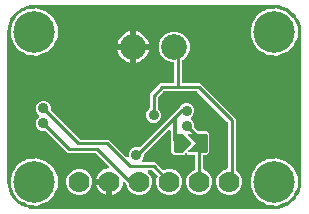
<source format=gbr>
G04 EAGLE Gerber RS-274X export*
G75*
%MOMM*%
%FSLAX34Y34*%
%LPD*%
%INBottom Copper*%
%IPPOS*%
%AMOC8*
5,1,8,0,0,1.08239X$1,22.5*%
G01*
%ADD10C,1.778000*%
%ADD11C,3.516000*%
%ADD12C,0.381000*%
%ADD13C,2.184400*%
%ADD14C,0.889000*%
%ADD15C,0.254000*%
%ADD16C,0.304800*%

G36*
X228622Y2543D02*
X228622Y2543D01*
X228700Y2545D01*
X232077Y2810D01*
X232145Y2824D01*
X232214Y2829D01*
X232370Y2869D01*
X238794Y4956D01*
X238901Y5006D01*
X239012Y5050D01*
X239063Y5083D01*
X239082Y5091D01*
X239097Y5104D01*
X239148Y5136D01*
X244612Y9107D01*
X244699Y9188D01*
X244746Y9227D01*
X244752Y9231D01*
X244753Y9233D01*
X244791Y9264D01*
X244829Y9310D01*
X244844Y9324D01*
X244855Y9341D01*
X244893Y9387D01*
X246586Y11717D01*
X246599Y11741D01*
X246616Y11761D01*
X246675Y11879D01*
X246739Y11996D01*
X246746Y12022D01*
X246758Y12046D01*
X246785Y12174D01*
X246799Y12185D01*
X246823Y12196D01*
X246925Y12281D01*
X247031Y12361D01*
X247048Y12382D01*
X247068Y12398D01*
X247171Y12522D01*
X248864Y14852D01*
X248921Y14956D01*
X248985Y15056D01*
X249007Y15113D01*
X249017Y15131D01*
X249022Y15151D01*
X249044Y15206D01*
X251131Y21630D01*
X251144Y21698D01*
X251167Y21764D01*
X251190Y21923D01*
X251455Y25300D01*
X251455Y25304D01*
X251456Y25307D01*
X251455Y25326D01*
X251459Y25400D01*
X251459Y152400D01*
X251457Y152422D01*
X251455Y152500D01*
X251190Y155877D01*
X251176Y155945D01*
X251171Y156014D01*
X251131Y156170D01*
X249044Y162594D01*
X248993Y162701D01*
X248950Y162812D01*
X248917Y162863D01*
X248909Y162882D01*
X248896Y162897D01*
X248864Y162948D01*
X247171Y165278D01*
X247153Y165297D01*
X247139Y165320D01*
X247044Y165413D01*
X246953Y165509D01*
X246931Y165524D01*
X246912Y165542D01*
X246798Y165608D01*
X246792Y165624D01*
X246789Y165651D01*
X246740Y165775D01*
X246697Y165900D01*
X246682Y165922D01*
X246672Y165947D01*
X246586Y166083D01*
X244893Y168413D01*
X244812Y168499D01*
X244736Y168591D01*
X244690Y168629D01*
X244676Y168644D01*
X244658Y168655D01*
X244612Y168693D01*
X239148Y172664D01*
X239044Y172721D01*
X238944Y172785D01*
X238887Y172807D01*
X238869Y172817D01*
X238849Y172822D01*
X238794Y172844D01*
X232370Y174931D01*
X232302Y174944D01*
X232236Y174967D01*
X232077Y174990D01*
X228700Y175255D01*
X228678Y175254D01*
X228600Y175259D01*
X25400Y175259D01*
X25378Y175257D01*
X25300Y175255D01*
X21923Y174990D01*
X21855Y174976D01*
X21786Y174971D01*
X21630Y174931D01*
X18892Y174041D01*
X18867Y174030D01*
X18841Y174024D01*
X18724Y173963D01*
X18604Y173906D01*
X18583Y173889D01*
X18560Y173877D01*
X18462Y173789D01*
X18445Y173788D01*
X18418Y173793D01*
X18286Y173785D01*
X18153Y173783D01*
X18128Y173775D01*
X18101Y173774D01*
X17945Y173734D01*
X15206Y172844D01*
X15099Y172794D01*
X14988Y172750D01*
X14937Y172717D01*
X14918Y172709D01*
X14903Y172696D01*
X14852Y172664D01*
X9388Y168693D01*
X9301Y168612D01*
X9209Y168536D01*
X9171Y168490D01*
X9156Y168476D01*
X9145Y168458D01*
X9107Y168412D01*
X5136Y162948D01*
X5079Y162844D01*
X5015Y162744D01*
X4993Y162687D01*
X4983Y162669D01*
X4978Y162649D01*
X4956Y162594D01*
X2869Y156170D01*
X2856Y156102D01*
X2833Y156036D01*
X2810Y155877D01*
X2545Y152500D01*
X2546Y152478D01*
X2541Y152400D01*
X2541Y25400D01*
X2543Y25378D01*
X2545Y25300D01*
X2810Y21923D01*
X2824Y21855D01*
X2829Y21786D01*
X2869Y21630D01*
X4956Y15206D01*
X5006Y15099D01*
X5050Y14988D01*
X5083Y14937D01*
X5091Y14918D01*
X5104Y14903D01*
X5136Y14852D01*
X9107Y9388D01*
X9127Y9366D01*
X9138Y9348D01*
X9184Y9305D01*
X9188Y9301D01*
X9264Y9209D01*
X9310Y9171D01*
X9324Y9156D01*
X9342Y9145D01*
X9388Y9107D01*
X14852Y5136D01*
X14956Y5079D01*
X15056Y5015D01*
X15113Y4993D01*
X15131Y4983D01*
X15151Y4978D01*
X15206Y4956D01*
X17945Y4066D01*
X17971Y4061D01*
X17996Y4051D01*
X18127Y4031D01*
X18257Y4006D01*
X18284Y4008D01*
X18310Y4004D01*
X18441Y4018D01*
X18455Y4008D01*
X18474Y3989D01*
X18585Y3917D01*
X18694Y3842D01*
X18719Y3832D01*
X18742Y3818D01*
X18892Y3759D01*
X21630Y2869D01*
X21698Y2856D01*
X21764Y2833D01*
X21923Y2810D01*
X25300Y2545D01*
X25322Y2546D01*
X25400Y2541D01*
X228600Y2541D01*
X228622Y2543D01*
G37*
%LPC*%
G36*
X91399Y24170D02*
X91399Y24170D01*
X91384Y24288D01*
X91377Y24407D01*
X91364Y24445D01*
X91359Y24485D01*
X91316Y24596D01*
X91279Y24709D01*
X91257Y24743D01*
X91242Y24781D01*
X91173Y24877D01*
X91109Y24978D01*
X91079Y25006D01*
X91056Y25038D01*
X90964Y25114D01*
X90877Y25196D01*
X90842Y25215D01*
X90811Y25241D01*
X90703Y25292D01*
X90599Y25349D01*
X90559Y25359D01*
X90523Y25377D01*
X90406Y25399D01*
X90291Y25429D01*
X90231Y25433D01*
X90211Y25436D01*
X90190Y25435D01*
X90130Y25439D01*
X88939Y25439D01*
X88939Y26630D01*
X88924Y26748D01*
X88917Y26867D01*
X88904Y26905D01*
X88899Y26946D01*
X88855Y27056D01*
X88819Y27169D01*
X88797Y27204D01*
X88782Y27241D01*
X88712Y27337D01*
X88649Y27438D01*
X88619Y27466D01*
X88595Y27499D01*
X88504Y27575D01*
X88417Y27656D01*
X88382Y27676D01*
X88350Y27701D01*
X88243Y27752D01*
X88138Y27810D01*
X88099Y27820D01*
X88063Y27837D01*
X87946Y27859D01*
X87830Y27889D01*
X87770Y27893D01*
X87750Y27897D01*
X87730Y27895D01*
X87670Y27899D01*
X77723Y27899D01*
X77751Y28077D01*
X78307Y29788D01*
X79123Y31391D01*
X80181Y32847D01*
X81453Y34119D01*
X82909Y35177D01*
X84512Y35993D01*
X86223Y36549D01*
X87766Y36794D01*
X87804Y36805D01*
X87843Y36808D01*
X87956Y36849D01*
X88071Y36882D01*
X88105Y36902D01*
X88143Y36916D01*
X88242Y36983D01*
X88345Y37044D01*
X88373Y37072D01*
X88406Y37095D01*
X88485Y37184D01*
X88570Y37269D01*
X88590Y37303D01*
X88616Y37333D01*
X88671Y37440D01*
X88732Y37543D01*
X88743Y37581D01*
X88761Y37616D01*
X88787Y37733D01*
X88821Y37848D01*
X88822Y37888D01*
X88831Y37926D01*
X88827Y38046D01*
X88831Y38166D01*
X88822Y38205D01*
X88821Y38244D01*
X88788Y38359D01*
X88762Y38476D01*
X88744Y38512D01*
X88733Y38550D01*
X88672Y38653D01*
X88618Y38760D01*
X88591Y38790D01*
X88571Y38824D01*
X88465Y38945D01*
X77744Y49666D01*
X77665Y49726D01*
X77593Y49794D01*
X77540Y49823D01*
X77492Y49860D01*
X77401Y49900D01*
X77315Y49948D01*
X77256Y49963D01*
X77201Y49987D01*
X77103Y50002D01*
X77007Y50027D01*
X76907Y50033D01*
X76886Y50037D01*
X76874Y50035D01*
X76846Y50037D01*
X53242Y50037D01*
X50936Y52343D01*
X50936Y52344D01*
X35199Y68081D01*
X35120Y68141D01*
X35048Y68209D01*
X34995Y68238D01*
X34947Y68275D01*
X34856Y68315D01*
X34770Y68363D01*
X34711Y68378D01*
X34656Y68402D01*
X34558Y68417D01*
X34462Y68442D01*
X34362Y68448D01*
X34342Y68452D01*
X34329Y68450D01*
X34301Y68452D01*
X31731Y68452D01*
X29351Y69438D01*
X27528Y71261D01*
X26542Y73641D01*
X26542Y76219D01*
X27528Y78599D01*
X29312Y80383D01*
X29385Y80477D01*
X29463Y80566D01*
X29482Y80602D01*
X29507Y80634D01*
X29554Y80743D01*
X29608Y80849D01*
X29617Y80888D01*
X29633Y80926D01*
X29652Y81043D01*
X29678Y81159D01*
X29676Y81200D01*
X29683Y81240D01*
X29672Y81358D01*
X29668Y81477D01*
X29657Y81516D01*
X29653Y81556D01*
X29613Y81668D01*
X29580Y81783D01*
X29559Y81818D01*
X29545Y81856D01*
X29478Y81954D01*
X29418Y82057D01*
X29378Y82102D01*
X29367Y82119D01*
X29351Y82132D01*
X29312Y82178D01*
X27528Y83961D01*
X26542Y86341D01*
X26542Y88919D01*
X27528Y91299D01*
X29351Y93122D01*
X31731Y94108D01*
X34309Y94108D01*
X36689Y93122D01*
X38512Y91299D01*
X39498Y88919D01*
X39498Y86349D01*
X39510Y86251D01*
X39513Y86152D01*
X39530Y86093D01*
X39538Y86033D01*
X39574Y85941D01*
X39602Y85846D01*
X39632Y85794D01*
X39655Y85738D01*
X39713Y85658D01*
X39763Y85572D01*
X39829Y85497D01*
X39841Y85480D01*
X39851Y85472D01*
X39869Y85451D01*
X63734Y61586D01*
X63813Y61526D01*
X63885Y61458D01*
X63938Y61429D01*
X63986Y61392D01*
X64077Y61352D01*
X64163Y61304D01*
X64222Y61289D01*
X64277Y61265D01*
X64375Y61250D01*
X64471Y61225D01*
X64571Y61219D01*
X64591Y61215D01*
X64604Y61217D01*
X64632Y61215D01*
X88236Y61215D01*
X90542Y58908D01*
X103116Y46335D01*
X103226Y46250D01*
X103332Y46161D01*
X103351Y46153D01*
X103367Y46140D01*
X103495Y46085D01*
X103620Y46026D01*
X103640Y46022D01*
X103659Y46014D01*
X103797Y45992D01*
X103933Y45966D01*
X103953Y45967D01*
X103973Y45964D01*
X104112Y45977D01*
X104250Y45986D01*
X104269Y45992D01*
X104289Y45994D01*
X104421Y46041D01*
X104552Y46084D01*
X104570Y46095D01*
X104589Y46102D01*
X104704Y46180D01*
X104821Y46254D01*
X104835Y46269D01*
X104852Y46280D01*
X104944Y46384D01*
X105039Y46486D01*
X105049Y46503D01*
X105062Y46519D01*
X105125Y46642D01*
X105193Y46764D01*
X105198Y46784D01*
X105207Y46802D01*
X105237Y46938D01*
X105272Y47072D01*
X105274Y47100D01*
X105277Y47112D01*
X105276Y47133D01*
X105282Y47233D01*
X105282Y49549D01*
X106268Y51929D01*
X108091Y53752D01*
X110471Y54738D01*
X113048Y54738D01*
X113276Y54644D01*
X113304Y54636D01*
X113330Y54622D01*
X113457Y54594D01*
X113582Y54560D01*
X113612Y54559D01*
X113641Y54553D01*
X113770Y54557D01*
X113900Y54555D01*
X113929Y54562D01*
X113959Y54562D01*
X114083Y54599D01*
X114210Y54629D01*
X114236Y54643D01*
X114264Y54651D01*
X114376Y54717D01*
X114491Y54778D01*
X114513Y54797D01*
X114538Y54812D01*
X114659Y54919D01*
X143361Y83621D01*
X148323Y88583D01*
X148328Y88590D01*
X148336Y88596D01*
X148425Y88714D01*
X148518Y88834D01*
X148521Y88842D01*
X148527Y88850D01*
X148598Y88994D01*
X148763Y89394D01*
X150586Y91217D01*
X152966Y92203D01*
X155544Y92203D01*
X157924Y91217D01*
X159747Y89394D01*
X160733Y87014D01*
X160733Y84436D01*
X159747Y82056D01*
X157988Y80297D01*
X157915Y80203D01*
X157837Y80114D01*
X157818Y80078D01*
X157793Y80046D01*
X157746Y79937D01*
X157692Y79831D01*
X157683Y79792D01*
X157667Y79754D01*
X157648Y79637D01*
X157622Y79521D01*
X157624Y79480D01*
X157617Y79440D01*
X157628Y79322D01*
X157632Y79203D01*
X157643Y79164D01*
X157647Y79124D01*
X157687Y79012D01*
X157720Y78897D01*
X157741Y78862D01*
X157755Y78824D01*
X157822Y78726D01*
X157882Y78623D01*
X157922Y78578D01*
X157933Y78561D01*
X157949Y78548D01*
X157988Y78502D01*
X159797Y76694D01*
X160783Y74314D01*
X160783Y71744D01*
X160795Y71646D01*
X160798Y71547D01*
X160815Y71488D01*
X160823Y71428D01*
X160859Y71336D01*
X160887Y71241D01*
X160917Y71189D01*
X160940Y71133D01*
X160998Y71053D01*
X161048Y70967D01*
X161114Y70892D01*
X161126Y70875D01*
X161136Y70867D01*
X161154Y70846D01*
X163294Y68706D01*
X163373Y68646D01*
X163445Y68578D01*
X163498Y68549D01*
X163546Y68512D01*
X163637Y68472D01*
X163723Y68424D01*
X163782Y68409D01*
X163837Y68385D01*
X163935Y68370D01*
X164031Y68345D01*
X164131Y68339D01*
X164152Y68335D01*
X164164Y68337D01*
X164192Y68335D01*
X171673Y68335D01*
X173459Y66549D01*
X173459Y66316D01*
X173471Y66218D01*
X173474Y66119D01*
X173483Y66089D01*
X173483Y50738D01*
X173469Y50685D01*
X173463Y50585D01*
X173459Y50564D01*
X173461Y50552D01*
X173459Y50524D01*
X173459Y50291D01*
X171673Y48505D01*
X169672Y48505D01*
X169554Y48490D01*
X169435Y48483D01*
X169397Y48470D01*
X169356Y48465D01*
X169246Y48422D01*
X169133Y48385D01*
X169098Y48363D01*
X169061Y48348D01*
X168965Y48279D01*
X168864Y48215D01*
X168836Y48185D01*
X168803Y48162D01*
X168727Y48070D01*
X168646Y47983D01*
X168626Y47948D01*
X168601Y47917D01*
X168550Y47809D01*
X168492Y47705D01*
X168482Y47665D01*
X168465Y47629D01*
X168443Y47512D01*
X168413Y47397D01*
X168409Y47336D01*
X168405Y47317D01*
X168407Y47296D01*
X168403Y47236D01*
X168403Y36703D01*
X168406Y36673D01*
X168404Y36644D01*
X168426Y36516D01*
X168443Y36387D01*
X168453Y36360D01*
X168458Y36331D01*
X168512Y36212D01*
X168560Y36091D01*
X168577Y36068D01*
X168589Y36041D01*
X168670Y35939D01*
X168746Y35834D01*
X168769Y35815D01*
X168788Y35792D01*
X168891Y35714D01*
X168991Y35631D01*
X169018Y35619D01*
X169042Y35601D01*
X169186Y35530D01*
X171287Y34660D01*
X174360Y31587D01*
X176023Y27573D01*
X176023Y23227D01*
X174360Y19213D01*
X171287Y16140D01*
X167273Y14477D01*
X162927Y14477D01*
X158913Y16140D01*
X155840Y19213D01*
X154177Y23227D01*
X154177Y27573D01*
X155840Y31587D01*
X158913Y34660D01*
X161014Y35530D01*
X161039Y35545D01*
X161067Y35554D01*
X161177Y35623D01*
X161290Y35688D01*
X161311Y35708D01*
X161336Y35724D01*
X161425Y35819D01*
X161518Y35909D01*
X161534Y35934D01*
X161554Y35956D01*
X161617Y36069D01*
X161685Y36180D01*
X161693Y36208D01*
X161708Y36234D01*
X161740Y36360D01*
X161778Y36484D01*
X161780Y36513D01*
X161787Y36542D01*
X161797Y36703D01*
X161797Y47236D01*
X161782Y47354D01*
X161775Y47473D01*
X161762Y47511D01*
X161757Y47552D01*
X161714Y47662D01*
X161677Y47775D01*
X161655Y47810D01*
X161640Y47847D01*
X161571Y47943D01*
X161507Y48044D01*
X161477Y48072D01*
X161454Y48105D01*
X161362Y48181D01*
X161275Y48262D01*
X161240Y48282D01*
X161209Y48307D01*
X161101Y48358D01*
X160997Y48416D01*
X160957Y48426D01*
X160921Y48443D01*
X160804Y48465D01*
X160689Y48495D01*
X160629Y48499D01*
X160609Y48503D01*
X160588Y48501D01*
X160528Y48505D01*
X156751Y48505D01*
X156743Y48504D01*
X156727Y48505D01*
X155471Y48481D01*
X154640Y49312D01*
X154528Y49399D01*
X154417Y49490D01*
X154402Y49497D01*
X154389Y49507D01*
X154258Y49564D01*
X154128Y49624D01*
X154112Y49627D01*
X154097Y49634D01*
X153956Y49656D01*
X153816Y49682D01*
X153799Y49681D01*
X153783Y49683D01*
X153641Y49670D01*
X153498Y49660D01*
X153483Y49655D01*
X153466Y49654D01*
X153332Y49605D01*
X153196Y49560D01*
X153183Y49552D01*
X153167Y49546D01*
X153049Y49466D01*
X152929Y49389D01*
X152912Y49373D01*
X152904Y49367D01*
X152892Y49353D01*
X152812Y49278D01*
X152096Y48505D01*
X150847Y48505D01*
X150833Y48503D01*
X150799Y48504D01*
X149418Y48452D01*
X149379Y48467D01*
X149305Y48476D01*
X149232Y48495D01*
X149071Y48505D01*
X143287Y48505D01*
X141501Y50291D01*
X141501Y50524D01*
X141489Y50622D01*
X141486Y50721D01*
X141477Y50751D01*
X141477Y58707D01*
X141465Y58805D01*
X141462Y58904D01*
X141445Y58962D01*
X141437Y59023D01*
X141401Y59115D01*
X141373Y59210D01*
X141343Y59262D01*
X141320Y59318D01*
X141262Y59398D01*
X141212Y59484D01*
X141146Y59559D01*
X141134Y59576D01*
X141124Y59583D01*
X141106Y59605D01*
X140906Y59804D01*
X140906Y68042D01*
X140888Y68179D01*
X140875Y68318D01*
X140868Y68337D01*
X140866Y68357D01*
X140815Y68486D01*
X140768Y68617D01*
X140756Y68634D01*
X140749Y68653D01*
X140667Y68765D01*
X140589Y68880D01*
X140574Y68894D01*
X140562Y68910D01*
X140455Y68999D01*
X140351Y69091D01*
X140333Y69100D01*
X140317Y69113D01*
X140191Y69172D01*
X140067Y69235D01*
X140048Y69240D01*
X140029Y69248D01*
X139893Y69275D01*
X139757Y69305D01*
X139737Y69304D01*
X139717Y69308D01*
X139579Y69300D01*
X139439Y69295D01*
X139420Y69290D01*
X139400Y69289D01*
X139267Y69246D01*
X139134Y69207D01*
X139116Y69197D01*
X139097Y69190D01*
X138980Y69116D01*
X138860Y69045D01*
X138839Y69027D01*
X138828Y69020D01*
X138814Y69005D01*
X138739Y68939D01*
X118609Y48810D01*
X118549Y48731D01*
X118481Y48659D01*
X118452Y48606D01*
X118415Y48558D01*
X118375Y48467D01*
X118327Y48381D01*
X118312Y48322D01*
X118288Y48266D01*
X118273Y48168D01*
X118248Y48073D01*
X118242Y47973D01*
X118238Y47952D01*
X118240Y47940D01*
X118238Y47912D01*
X118238Y46971D01*
X117252Y44591D01*
X116865Y44205D01*
X116780Y44095D01*
X116691Y43988D01*
X116683Y43969D01*
X116670Y43953D01*
X116615Y43825D01*
X116556Y43700D01*
X116552Y43680D01*
X116544Y43661D01*
X116522Y43523D01*
X116496Y43387D01*
X116497Y43367D01*
X116494Y43347D01*
X116507Y43208D01*
X116516Y43070D01*
X116522Y43051D01*
X116524Y43031D01*
X116571Y42900D01*
X116614Y42768D01*
X116625Y42750D01*
X116632Y42731D01*
X116710Y42617D01*
X116784Y42499D01*
X116799Y42485D01*
X116810Y42468D01*
X116914Y42376D01*
X117016Y42281D01*
X117034Y42271D01*
X117049Y42258D01*
X117173Y42195D01*
X117294Y42127D01*
X117314Y42122D01*
X117332Y42113D01*
X117468Y42083D01*
X117602Y42048D01*
X117630Y42046D01*
X117642Y42043D01*
X117663Y42044D01*
X117763Y42038D01*
X127733Y42038D01*
X130039Y39731D01*
X134043Y35728D01*
X134067Y35709D01*
X134086Y35687D01*
X134192Y35612D01*
X134294Y35533D01*
X134322Y35521D01*
X134346Y35504D01*
X134467Y35458D01*
X134586Y35406D01*
X134615Y35402D01*
X134643Y35391D01*
X134772Y35377D01*
X134900Y35356D01*
X134930Y35359D01*
X134959Y35356D01*
X135088Y35374D01*
X135217Y35386D01*
X135245Y35396D01*
X135274Y35400D01*
X135426Y35452D01*
X137527Y36323D01*
X141873Y36323D01*
X145887Y34660D01*
X148960Y31587D01*
X150623Y27573D01*
X150623Y23227D01*
X148960Y19213D01*
X145887Y16140D01*
X141873Y14477D01*
X137527Y14477D01*
X133513Y16140D01*
X130440Y19213D01*
X128777Y23227D01*
X128777Y27573D01*
X129648Y29674D01*
X129655Y29702D01*
X129669Y29728D01*
X129697Y29855D01*
X129731Y29980D01*
X129732Y30010D01*
X129738Y30039D01*
X129734Y30168D01*
X129737Y30298D01*
X129730Y30327D01*
X129729Y30357D01*
X129693Y30481D01*
X129662Y30608D01*
X129649Y30634D01*
X129640Y30662D01*
X129575Y30774D01*
X129514Y30889D01*
X129494Y30911D01*
X129479Y30936D01*
X129372Y31057D01*
X125369Y35061D01*
X125290Y35121D01*
X125218Y35189D01*
X125165Y35218D01*
X125117Y35255D01*
X125026Y35295D01*
X124940Y35343D01*
X124881Y35358D01*
X124826Y35382D01*
X124728Y35397D01*
X124632Y35422D01*
X124532Y35428D01*
X124511Y35432D01*
X124499Y35430D01*
X124471Y35432D01*
X122779Y35432D01*
X122642Y35415D01*
X122503Y35402D01*
X122484Y35395D01*
X122463Y35392D01*
X122335Y35341D01*
X122203Y35294D01*
X122187Y35283D01*
X122168Y35275D01*
X122055Y35194D01*
X121940Y35116D01*
X121927Y35100D01*
X121910Y35089D01*
X121822Y34981D01*
X121730Y34877D01*
X121721Y34859D01*
X121708Y34844D01*
X121648Y34718D01*
X121585Y34594D01*
X121581Y34574D01*
X121572Y34556D01*
X121546Y34419D01*
X121516Y34284D01*
X121516Y34263D01*
X121512Y34244D01*
X121521Y34105D01*
X121525Y33966D01*
X121531Y33946D01*
X121532Y33926D01*
X121575Y33794D01*
X121614Y33660D01*
X121624Y33643D01*
X121630Y33624D01*
X121705Y33506D01*
X121775Y33386D01*
X121794Y33365D01*
X121800Y33355D01*
X121815Y33341D01*
X121882Y33266D01*
X123560Y31587D01*
X125223Y27573D01*
X125223Y23227D01*
X123560Y19213D01*
X120487Y16140D01*
X116473Y14477D01*
X112127Y14477D01*
X108113Y16140D01*
X105040Y19213D01*
X103377Y23227D01*
X103377Y23506D01*
X103365Y23604D01*
X103362Y23703D01*
X103345Y23762D01*
X103337Y23822D01*
X103301Y23914D01*
X103273Y24009D01*
X103243Y24061D01*
X103220Y24117D01*
X103162Y24197D01*
X103112Y24283D01*
X103046Y24358D01*
X103034Y24375D01*
X103024Y24383D01*
X103006Y24404D01*
X102445Y24965D01*
X102413Y24989D01*
X102387Y25019D01*
X102288Y25086D01*
X102193Y25160D01*
X102157Y25175D01*
X102124Y25198D01*
X102011Y25238D01*
X101902Y25286D01*
X101862Y25292D01*
X101825Y25306D01*
X101706Y25317D01*
X101587Y25336D01*
X101548Y25332D01*
X101508Y25336D01*
X101390Y25317D01*
X101271Y25306D01*
X101233Y25292D01*
X101194Y25286D01*
X101084Y25239D01*
X100972Y25198D01*
X100939Y25176D01*
X100902Y25160D01*
X100807Y25087D01*
X100708Y25020D01*
X100682Y24990D01*
X100651Y24966D01*
X100577Y24871D01*
X100498Y24781D01*
X100480Y24746D01*
X100455Y24714D01*
X100408Y24605D01*
X100353Y24498D01*
X100345Y24459D01*
X100329Y24423D01*
X100294Y24266D01*
X100049Y22723D01*
X99493Y21012D01*
X98677Y19409D01*
X97619Y17953D01*
X96347Y16681D01*
X94891Y15623D01*
X93288Y14807D01*
X91577Y14251D01*
X91399Y14223D01*
X91399Y24170D01*
G37*
%LPD*%
%LPC*%
G36*
X188327Y14477D02*
X188327Y14477D01*
X184313Y16140D01*
X181240Y19213D01*
X179577Y23227D01*
X179577Y27573D01*
X181240Y31587D01*
X184313Y34660D01*
X188319Y36319D01*
X188344Y36334D01*
X188372Y36343D01*
X188482Y36412D01*
X188595Y36477D01*
X188616Y36497D01*
X188641Y36513D01*
X188730Y36608D01*
X188823Y36698D01*
X188839Y36723D01*
X188859Y36745D01*
X188922Y36858D01*
X188990Y36969D01*
X188998Y36997D01*
X189013Y37023D01*
X189045Y37149D01*
X189083Y37273D01*
X189085Y37303D01*
X189092Y37331D01*
X189102Y37492D01*
X189102Y75576D01*
X189090Y75674D01*
X189087Y75773D01*
X189070Y75832D01*
X189062Y75892D01*
X189026Y75984D01*
X188998Y76079D01*
X188968Y76131D01*
X188945Y76187D01*
X188887Y76267D01*
X188837Y76353D01*
X188771Y76428D01*
X188759Y76445D01*
X188749Y76453D01*
X188731Y76474D01*
X163469Y101736D01*
X163390Y101796D01*
X163318Y101864D01*
X163265Y101893D01*
X163217Y101930D01*
X163126Y101970D01*
X163040Y102018D01*
X162981Y102033D01*
X162926Y102057D01*
X162828Y102072D01*
X162732Y102097D01*
X162632Y102103D01*
X162611Y102107D01*
X162599Y102105D01*
X162571Y102107D01*
X135244Y102107D01*
X135146Y102095D01*
X135047Y102092D01*
X134988Y102075D01*
X134928Y102067D01*
X134836Y102031D01*
X134741Y102003D01*
X134689Y101973D01*
X134633Y101950D01*
X134553Y101892D01*
X134467Y101842D01*
X134392Y101776D01*
X134375Y101764D01*
X134367Y101754D01*
X134346Y101736D01*
X130039Y97429D01*
X129979Y97350D01*
X129911Y97278D01*
X129882Y97225D01*
X129845Y97177D01*
X129805Y97086D01*
X129757Y97000D01*
X129742Y96941D01*
X129718Y96886D01*
X129703Y96788D01*
X129678Y96692D01*
X129672Y96592D01*
X129668Y96571D01*
X129670Y96559D01*
X129668Y96531D01*
X129668Y88299D01*
X129680Y88201D01*
X129683Y88102D01*
X129700Y88043D01*
X129708Y87983D01*
X129744Y87891D01*
X129772Y87796D01*
X129802Y87744D01*
X129825Y87688D01*
X129883Y87608D01*
X129933Y87522D01*
X129999Y87447D01*
X130011Y87430D01*
X130021Y87423D01*
X130039Y87401D01*
X131857Y85584D01*
X132843Y83204D01*
X132843Y80626D01*
X131857Y78246D01*
X130034Y76423D01*
X127654Y75437D01*
X125076Y75437D01*
X122696Y76423D01*
X120873Y78246D01*
X119887Y80626D01*
X119887Y83204D01*
X120873Y85584D01*
X122691Y87401D01*
X122751Y87480D01*
X122819Y87552D01*
X122848Y87605D01*
X122885Y87653D01*
X122925Y87744D01*
X122973Y87830D01*
X122988Y87889D01*
X123012Y87945D01*
X123027Y88043D01*
X123052Y88138D01*
X123058Y88238D01*
X123062Y88259D01*
X123060Y88271D01*
X123062Y88299D01*
X123062Y99793D01*
X131982Y108713D01*
X142748Y108713D01*
X142866Y108728D01*
X142985Y108735D01*
X143023Y108748D01*
X143064Y108753D01*
X143174Y108796D01*
X143287Y108833D01*
X143322Y108855D01*
X143359Y108870D01*
X143455Y108939D01*
X143556Y109003D01*
X143584Y109033D01*
X143617Y109056D01*
X143693Y109148D01*
X143774Y109235D01*
X143794Y109270D01*
X143819Y109301D01*
X143870Y109409D01*
X143928Y109513D01*
X143938Y109553D01*
X143955Y109589D01*
X143977Y109706D01*
X144007Y109821D01*
X144011Y109881D01*
X144015Y109901D01*
X144013Y109922D01*
X144017Y109982D01*
X144017Y125476D01*
X144002Y125594D01*
X143995Y125713D01*
X143982Y125751D01*
X143977Y125792D01*
X143934Y125902D01*
X143897Y126015D01*
X143875Y126050D01*
X143860Y126087D01*
X143791Y126183D01*
X143727Y126284D01*
X143697Y126312D01*
X143674Y126345D01*
X143582Y126421D01*
X143495Y126502D01*
X143460Y126522D01*
X143429Y126547D01*
X143321Y126598D01*
X143217Y126656D01*
X143177Y126666D01*
X143141Y126683D01*
X143024Y126705D01*
X142909Y126735D01*
X142849Y126739D01*
X142829Y126743D01*
X142808Y126741D01*
X142748Y126745D01*
X141423Y126745D01*
X136662Y128717D01*
X133017Y132362D01*
X131045Y137123D01*
X131045Y142277D01*
X133017Y147038D01*
X136662Y150683D01*
X141423Y152655D01*
X146577Y152655D01*
X151338Y150683D01*
X154983Y147038D01*
X156955Y142277D01*
X156955Y137123D01*
X154983Y132362D01*
X151326Y128705D01*
X151243Y128652D01*
X151130Y128588D01*
X151109Y128568D01*
X151084Y128552D01*
X150995Y128457D01*
X150902Y128367D01*
X150886Y128342D01*
X150866Y128320D01*
X150803Y128206D01*
X150735Y128096D01*
X150727Y128068D01*
X150712Y128042D01*
X150680Y127916D01*
X150642Y127792D01*
X150640Y127762D01*
X150633Y127734D01*
X150623Y127573D01*
X150623Y109982D01*
X150638Y109864D01*
X150645Y109745D01*
X150658Y109707D01*
X150663Y109666D01*
X150706Y109556D01*
X150743Y109443D01*
X150765Y109408D01*
X150780Y109371D01*
X150849Y109275D01*
X150913Y109174D01*
X150943Y109146D01*
X150966Y109113D01*
X151058Y109037D01*
X151145Y108956D01*
X151180Y108936D01*
X151211Y108911D01*
X151319Y108860D01*
X151423Y108802D01*
X151463Y108792D01*
X151499Y108775D01*
X151616Y108753D01*
X151731Y108723D01*
X151791Y108719D01*
X151811Y108715D01*
X151832Y108717D01*
X151892Y108713D01*
X165833Y108713D01*
X195708Y78838D01*
X195708Y35914D01*
X195711Y35884D01*
X195709Y35855D01*
X195731Y35727D01*
X195748Y35598D01*
X195758Y35571D01*
X195763Y35542D01*
X195817Y35423D01*
X195865Y35302D01*
X195882Y35279D01*
X195894Y35252D01*
X195975Y35150D01*
X196051Y35045D01*
X196074Y35026D01*
X196093Y35003D01*
X196196Y34925D01*
X196296Y34842D01*
X196323Y34830D01*
X196347Y34812D01*
X196491Y34741D01*
X196687Y34660D01*
X199760Y31587D01*
X201423Y27573D01*
X201423Y23227D01*
X199760Y19213D01*
X196687Y16140D01*
X192673Y14477D01*
X188327Y14477D01*
G37*
%LPD*%
%LPC*%
G36*
X226876Y5780D02*
X226876Y5780D01*
X226858Y5780D01*
X226743Y5787D01*
X224699Y5787D01*
X224151Y6014D01*
X224052Y6041D01*
X223957Y6077D01*
X223865Y6092D01*
X223844Y6098D01*
X223831Y6098D01*
X223798Y6104D01*
X222379Y6253D01*
X219415Y7964D01*
X219413Y7965D01*
X219410Y7967D01*
X219266Y8038D01*
X217490Y8773D01*
X216893Y9370D01*
X216826Y9422D01*
X216765Y9483D01*
X216651Y9558D01*
X216642Y9565D01*
X216638Y9567D01*
X216631Y9572D01*
X215129Y10439D01*
X213339Y12903D01*
X213326Y12917D01*
X213316Y12933D01*
X213209Y13054D01*
X211973Y14290D01*
X211557Y15296D01*
X211522Y15356D01*
X211497Y15420D01*
X211411Y15556D01*
X210208Y17211D01*
X209647Y19849D01*
X209636Y19883D01*
X209631Y19919D01*
X209579Y20071D01*
X208987Y21499D01*
X208987Y22822D01*
X208981Y22874D01*
X208983Y22926D01*
X208960Y23086D01*
X208468Y25400D01*
X208960Y27714D01*
X208964Y27767D01*
X208977Y27817D01*
X208987Y27978D01*
X208987Y29301D01*
X209579Y30729D01*
X209588Y30763D01*
X209604Y30795D01*
X209647Y30951D01*
X210208Y33589D01*
X211411Y35244D01*
X211444Y35305D01*
X211486Y35360D01*
X211557Y35504D01*
X211973Y36510D01*
X213209Y37746D01*
X213221Y37761D01*
X213236Y37773D01*
X213339Y37897D01*
X215129Y40361D01*
X216631Y41228D01*
X216699Y41280D01*
X216773Y41324D01*
X216875Y41414D01*
X216884Y41421D01*
X216887Y41424D01*
X216893Y41430D01*
X217490Y42027D01*
X219266Y42762D01*
X219268Y42764D01*
X219271Y42764D01*
X219415Y42836D01*
X222379Y44547D01*
X223798Y44696D01*
X223898Y44720D01*
X223999Y44734D01*
X224087Y44764D01*
X224108Y44769D01*
X224120Y44775D01*
X224151Y44786D01*
X224699Y45013D01*
X226743Y45013D01*
X226760Y45015D01*
X226876Y45020D01*
X230704Y45422D01*
X231773Y45075D01*
X231890Y45053D01*
X232005Y45023D01*
X232065Y45019D01*
X232085Y45015D01*
X232106Y45017D01*
X232165Y45013D01*
X232501Y45013D01*
X234409Y44223D01*
X234430Y44217D01*
X234503Y44188D01*
X238666Y42835D01*
X239278Y42285D01*
X239389Y42207D01*
X239497Y42126D01*
X239527Y42111D01*
X239539Y42103D01*
X239559Y42096D01*
X239641Y42055D01*
X239710Y42027D01*
X241005Y40732D01*
X241019Y40721D01*
X241053Y40686D01*
X244887Y37234D01*
X245100Y36756D01*
X245179Y36626D01*
X245450Y35971D01*
X245455Y35963D01*
X245463Y35941D01*
X248292Y29586D01*
X248292Y21214D01*
X245463Y14859D01*
X245460Y14849D01*
X245450Y14829D01*
X245194Y14211D01*
X245175Y14187D01*
X245170Y14178D01*
X245168Y14175D01*
X245163Y14165D01*
X245100Y14044D01*
X244985Y13785D01*
X244977Y13759D01*
X244964Y13736D01*
X244931Y13607D01*
X244914Y13552D01*
X244880Y13536D01*
X244860Y13519D01*
X244836Y13507D01*
X244710Y13407D01*
X241053Y10114D01*
X241041Y10100D01*
X241005Y10068D01*
X239710Y8773D01*
X239641Y8745D01*
X239524Y8678D01*
X239404Y8615D01*
X239377Y8594D01*
X239365Y8587D01*
X239350Y8572D01*
X239278Y8515D01*
X238666Y7965D01*
X234502Y6612D01*
X234483Y6603D01*
X234409Y6577D01*
X232501Y5787D01*
X232165Y5787D01*
X232047Y5772D01*
X231929Y5765D01*
X231870Y5750D01*
X231850Y5747D01*
X231831Y5740D01*
X231773Y5725D01*
X230704Y5378D01*
X226876Y5780D01*
G37*
%LPD*%
%LPC*%
G36*
X226876Y132780D02*
X226876Y132780D01*
X226858Y132780D01*
X226743Y132787D01*
X224699Y132787D01*
X224151Y133014D01*
X224052Y133041D01*
X223957Y133077D01*
X223865Y133092D01*
X223844Y133098D01*
X223831Y133098D01*
X223798Y133104D01*
X222379Y133253D01*
X219415Y134964D01*
X219413Y134965D01*
X219410Y134967D01*
X219266Y135038D01*
X217490Y135773D01*
X216893Y136370D01*
X216826Y136422D01*
X216765Y136483D01*
X216651Y136558D01*
X216642Y136565D01*
X216638Y136567D01*
X216631Y136572D01*
X215129Y137439D01*
X213339Y139903D01*
X213326Y139917D01*
X213316Y139933D01*
X213209Y140054D01*
X211973Y141290D01*
X211557Y142296D01*
X211522Y142356D01*
X211497Y142420D01*
X211411Y142556D01*
X210208Y144211D01*
X209647Y146849D01*
X209636Y146883D01*
X209631Y146919D01*
X209579Y147071D01*
X208987Y148499D01*
X208987Y149822D01*
X208981Y149874D01*
X208983Y149926D01*
X208960Y150086D01*
X208468Y152400D01*
X208960Y154714D01*
X208964Y154767D01*
X208977Y154817D01*
X208987Y154978D01*
X208987Y156301D01*
X209579Y157729D01*
X209588Y157763D01*
X209604Y157795D01*
X209647Y157951D01*
X210208Y160589D01*
X211411Y162244D01*
X211444Y162305D01*
X211486Y162360D01*
X211557Y162504D01*
X211973Y163510D01*
X213209Y164746D01*
X213221Y164761D01*
X213236Y164773D01*
X213339Y164897D01*
X215129Y167361D01*
X216631Y168228D01*
X216699Y168280D01*
X216773Y168324D01*
X216875Y168414D01*
X216884Y168421D01*
X216887Y168424D01*
X216893Y168430D01*
X217490Y169027D01*
X219266Y169762D01*
X219268Y169764D01*
X219271Y169764D01*
X219415Y169836D01*
X222379Y171547D01*
X223798Y171696D01*
X223898Y171720D01*
X223999Y171734D01*
X224087Y171764D01*
X224108Y171769D01*
X224120Y171775D01*
X224151Y171786D01*
X224699Y172013D01*
X226743Y172013D01*
X226760Y172015D01*
X226876Y172020D01*
X230704Y172422D01*
X231773Y172075D01*
X231890Y172053D01*
X232005Y172023D01*
X232065Y172019D01*
X232085Y172015D01*
X232106Y172017D01*
X232165Y172013D01*
X232501Y172013D01*
X234409Y171223D01*
X234430Y171217D01*
X234503Y171188D01*
X238666Y169835D01*
X239278Y169285D01*
X239389Y169207D01*
X239497Y169126D01*
X239527Y169111D01*
X239539Y169103D01*
X239559Y169096D01*
X239641Y169055D01*
X239710Y169027D01*
X241005Y167732D01*
X241019Y167721D01*
X241053Y167686D01*
X244710Y164393D01*
X244732Y164378D01*
X244750Y164359D01*
X244862Y164287D01*
X244910Y164254D01*
X244914Y164217D01*
X244924Y164192D01*
X244929Y164166D01*
X244985Y164015D01*
X245100Y163756D01*
X245179Y163626D01*
X245450Y162971D01*
X245455Y162963D01*
X245463Y162941D01*
X248292Y156586D01*
X248292Y148214D01*
X245463Y141859D01*
X245460Y141849D01*
X245450Y141829D01*
X245194Y141211D01*
X245175Y141187D01*
X245170Y141179D01*
X245168Y141175D01*
X245163Y141164D01*
X245100Y141044D01*
X244887Y140566D01*
X241053Y137114D01*
X241041Y137100D01*
X241005Y137068D01*
X239710Y135773D01*
X239641Y135745D01*
X239524Y135678D01*
X239404Y135615D01*
X239377Y135594D01*
X239365Y135587D01*
X239350Y135572D01*
X239278Y135515D01*
X238666Y134965D01*
X234502Y133612D01*
X234483Y133603D01*
X234409Y133577D01*
X232501Y132787D01*
X232165Y132787D01*
X232047Y132772D01*
X231929Y132765D01*
X231870Y132750D01*
X231850Y132747D01*
X231831Y132740D01*
X231773Y132725D01*
X230704Y132378D01*
X226876Y132780D01*
G37*
%LPD*%
%LPC*%
G36*
X23676Y5780D02*
X23676Y5780D01*
X23658Y5780D01*
X23543Y5787D01*
X21499Y5787D01*
X20951Y6014D01*
X20852Y6041D01*
X20757Y6077D01*
X20665Y6092D01*
X20644Y6098D01*
X20631Y6098D01*
X20598Y6104D01*
X19416Y6228D01*
X19390Y6227D01*
X19364Y6232D01*
X19231Y6224D01*
X19173Y6223D01*
X19147Y6250D01*
X19125Y6265D01*
X19106Y6283D01*
X18972Y6372D01*
X16215Y7964D01*
X16213Y7965D01*
X16210Y7967D01*
X16066Y8038D01*
X14290Y8773D01*
X13693Y9370D01*
X13626Y9422D01*
X13565Y9483D01*
X13451Y9558D01*
X13442Y9565D01*
X13438Y9567D01*
X13431Y9572D01*
X11929Y10439D01*
X10139Y12903D01*
X10126Y12917D01*
X10116Y12933D01*
X10009Y13054D01*
X8773Y14290D01*
X8357Y15296D01*
X8322Y15356D01*
X8297Y15420D01*
X8211Y15556D01*
X7008Y17211D01*
X6447Y19849D01*
X6436Y19883D01*
X6431Y19919D01*
X6379Y20071D01*
X5787Y21499D01*
X5787Y22822D01*
X5781Y22874D01*
X5783Y22926D01*
X5760Y23086D01*
X5268Y25400D01*
X5760Y27714D01*
X5764Y27767D01*
X5777Y27817D01*
X5787Y27978D01*
X5787Y29301D01*
X6379Y30729D01*
X6388Y30763D01*
X6404Y30795D01*
X6447Y30951D01*
X7008Y33589D01*
X8211Y35244D01*
X8244Y35305D01*
X8286Y35360D01*
X8357Y35504D01*
X8773Y36510D01*
X10009Y37746D01*
X10021Y37761D01*
X10036Y37773D01*
X10139Y37897D01*
X11929Y40361D01*
X13431Y41228D01*
X13499Y41280D01*
X13573Y41324D01*
X13675Y41414D01*
X13684Y41421D01*
X13687Y41424D01*
X13693Y41430D01*
X14290Y42027D01*
X16066Y42762D01*
X16068Y42764D01*
X16071Y42764D01*
X16215Y42836D01*
X19179Y44547D01*
X20598Y44696D01*
X20698Y44720D01*
X20799Y44734D01*
X20887Y44764D01*
X20908Y44769D01*
X20920Y44775D01*
X20951Y44786D01*
X21499Y45013D01*
X23543Y45013D01*
X23560Y45015D01*
X23676Y45020D01*
X27504Y45422D01*
X28573Y45075D01*
X28690Y45053D01*
X28805Y45023D01*
X28865Y45019D01*
X28885Y45015D01*
X28906Y45017D01*
X28965Y45013D01*
X29301Y45013D01*
X31209Y44223D01*
X31230Y44217D01*
X31303Y44188D01*
X35466Y42835D01*
X36078Y42285D01*
X36189Y42207D01*
X36297Y42126D01*
X36327Y42111D01*
X36339Y42103D01*
X36359Y42096D01*
X36441Y42055D01*
X36510Y42027D01*
X37805Y40732D01*
X37819Y40721D01*
X37853Y40686D01*
X41687Y37234D01*
X41900Y36756D01*
X41979Y36626D01*
X42250Y35971D01*
X42255Y35963D01*
X42263Y35941D01*
X45092Y29586D01*
X45092Y21214D01*
X42263Y14859D01*
X42260Y14849D01*
X42250Y14829D01*
X41994Y14211D01*
X41975Y14187D01*
X41970Y14179D01*
X41968Y14175D01*
X41963Y14164D01*
X41900Y14044D01*
X41687Y13566D01*
X37853Y10114D01*
X37841Y10100D01*
X37805Y10068D01*
X36510Y8773D01*
X36441Y8745D01*
X36324Y8678D01*
X36204Y8615D01*
X36177Y8594D01*
X36165Y8587D01*
X36150Y8572D01*
X36078Y8515D01*
X35466Y7965D01*
X31302Y6612D01*
X31283Y6603D01*
X31209Y6577D01*
X29301Y5787D01*
X28965Y5787D01*
X28847Y5772D01*
X28729Y5765D01*
X28670Y5750D01*
X28650Y5747D01*
X28631Y5740D01*
X28573Y5725D01*
X27504Y5378D01*
X23676Y5780D01*
G37*
%LPD*%
%LPC*%
G36*
X23676Y132780D02*
X23676Y132780D01*
X23658Y132780D01*
X23543Y132787D01*
X21499Y132787D01*
X20951Y133014D01*
X20852Y133041D01*
X20757Y133077D01*
X20665Y133092D01*
X20644Y133098D01*
X20631Y133098D01*
X20598Y133104D01*
X19179Y133253D01*
X16215Y134964D01*
X16213Y134965D01*
X16210Y134967D01*
X16066Y135038D01*
X14290Y135773D01*
X13693Y136370D01*
X13626Y136422D01*
X13565Y136483D01*
X13451Y136558D01*
X13442Y136565D01*
X13438Y136567D01*
X13431Y136572D01*
X11929Y137439D01*
X10139Y139903D01*
X10126Y139917D01*
X10116Y139933D01*
X10009Y140054D01*
X8773Y141290D01*
X8357Y142296D01*
X8322Y142356D01*
X8297Y142420D01*
X8211Y142556D01*
X7008Y144211D01*
X6447Y146849D01*
X6436Y146883D01*
X6431Y146919D01*
X6379Y147071D01*
X5787Y148499D01*
X5787Y149822D01*
X5781Y149874D01*
X5783Y149926D01*
X5760Y150086D01*
X5268Y152400D01*
X5760Y154714D01*
X5764Y154767D01*
X5777Y154817D01*
X5787Y154978D01*
X5787Y156301D01*
X6379Y157729D01*
X6388Y157763D01*
X6404Y157795D01*
X6447Y157951D01*
X7008Y160589D01*
X8211Y162244D01*
X8244Y162305D01*
X8286Y162360D01*
X8357Y162504D01*
X8773Y163510D01*
X10009Y164746D01*
X10021Y164761D01*
X10036Y164773D01*
X10139Y164897D01*
X11929Y167361D01*
X13431Y168228D01*
X13499Y168280D01*
X13573Y168324D01*
X13675Y168414D01*
X13684Y168421D01*
X13687Y168424D01*
X13693Y168430D01*
X14290Y169027D01*
X16066Y169762D01*
X16068Y169764D01*
X16071Y169764D01*
X16215Y169836D01*
X18972Y171428D01*
X18993Y171444D01*
X19017Y171455D01*
X19119Y171540D01*
X19166Y171575D01*
X19203Y171568D01*
X19229Y171569D01*
X19256Y171565D01*
X19416Y171572D01*
X20598Y171696D01*
X20698Y171720D01*
X20799Y171734D01*
X20887Y171764D01*
X20908Y171769D01*
X20920Y171775D01*
X20951Y171786D01*
X21499Y172013D01*
X23543Y172013D01*
X23560Y172015D01*
X23676Y172020D01*
X27504Y172422D01*
X28573Y172075D01*
X28690Y172053D01*
X28805Y172023D01*
X28865Y172019D01*
X28885Y172015D01*
X28906Y172017D01*
X28965Y172013D01*
X29301Y172013D01*
X31209Y171222D01*
X31230Y171217D01*
X31303Y171188D01*
X35466Y169835D01*
X36078Y169285D01*
X36189Y169207D01*
X36297Y169126D01*
X36327Y169111D01*
X36339Y169103D01*
X36359Y169096D01*
X36441Y169055D01*
X36510Y169027D01*
X37805Y167732D01*
X37819Y167721D01*
X37853Y167686D01*
X41687Y164234D01*
X41900Y163756D01*
X41979Y163626D01*
X42250Y162971D01*
X42255Y162962D01*
X42263Y162941D01*
X45092Y156586D01*
X45092Y148214D01*
X42263Y141859D01*
X42260Y141849D01*
X42250Y141829D01*
X41994Y141211D01*
X41975Y141187D01*
X41970Y141179D01*
X41968Y141175D01*
X41963Y141164D01*
X41900Y141044D01*
X41687Y140566D01*
X37853Y137114D01*
X37841Y137100D01*
X37805Y137068D01*
X36510Y135773D01*
X36441Y135745D01*
X36324Y135678D01*
X36204Y135615D01*
X36177Y135594D01*
X36165Y135587D01*
X36150Y135572D01*
X36078Y135515D01*
X35466Y134965D01*
X31302Y133612D01*
X31283Y133603D01*
X31209Y133577D01*
X29301Y132787D01*
X28965Y132787D01*
X28847Y132772D01*
X28729Y132765D01*
X28670Y132750D01*
X28650Y132747D01*
X28631Y132740D01*
X28573Y132725D01*
X27504Y132378D01*
X23676Y132780D01*
G37*
%LPD*%
%LPC*%
G36*
X61327Y14477D02*
X61327Y14477D01*
X57313Y16140D01*
X54240Y19213D01*
X52577Y23227D01*
X52577Y27573D01*
X54240Y31587D01*
X57313Y34660D01*
X61327Y36323D01*
X65673Y36323D01*
X69687Y34660D01*
X72760Y31587D01*
X74423Y27573D01*
X74423Y23227D01*
X72760Y19213D01*
X69687Y16140D01*
X65673Y14477D01*
X61327Y14477D01*
G37*
%LPD*%
G36*
X170468Y50547D02*
X170468Y50547D01*
X170526Y50545D01*
X170608Y50567D01*
X170692Y50579D01*
X170745Y50603D01*
X170801Y50617D01*
X170874Y50660D01*
X170951Y50695D01*
X170996Y50733D01*
X171046Y50763D01*
X171104Y50824D01*
X171168Y50879D01*
X171200Y50927D01*
X171240Y50970D01*
X171279Y51045D01*
X171326Y51115D01*
X171343Y51171D01*
X171370Y51223D01*
X171381Y51291D01*
X171411Y51386D01*
X171414Y51486D01*
X171425Y51554D01*
X171425Y65286D01*
X171417Y65344D01*
X171419Y65402D01*
X171397Y65484D01*
X171385Y65568D01*
X171362Y65621D01*
X171347Y65677D01*
X171304Y65750D01*
X171269Y65827D01*
X171231Y65872D01*
X171202Y65922D01*
X171140Y65980D01*
X171086Y66044D01*
X171037Y66076D01*
X170994Y66116D01*
X170919Y66155D01*
X170849Y66202D01*
X170793Y66219D01*
X170741Y66246D01*
X170673Y66257D01*
X170578Y66287D01*
X170478Y66290D01*
X170410Y66301D01*
X156710Y66301D01*
X156691Y66299D01*
X156671Y66301D01*
X156550Y66279D01*
X156429Y66261D01*
X156411Y66253D01*
X156391Y66250D01*
X156281Y66195D01*
X156169Y66145D01*
X156154Y66132D01*
X156136Y66124D01*
X156046Y66041D01*
X155952Y65962D01*
X155941Y65945D01*
X155927Y65932D01*
X155862Y65827D01*
X155795Y65725D01*
X155789Y65706D01*
X155778Y65689D01*
X155746Y65571D01*
X155709Y65454D01*
X155708Y65434D01*
X155703Y65415D01*
X155705Y65293D01*
X155701Y65170D01*
X155706Y65151D01*
X155707Y65131D01*
X155742Y65013D01*
X155773Y64895D01*
X155783Y64878D01*
X155789Y64859D01*
X155831Y64798D01*
X155919Y64650D01*
X155956Y64615D01*
X155979Y64582D01*
X161913Y58420D01*
X155979Y52258D01*
X155967Y52242D01*
X155952Y52230D01*
X155884Y52127D01*
X155812Y52028D01*
X155805Y52009D01*
X155795Y51993D01*
X155757Y51876D01*
X155716Y51760D01*
X155715Y51741D01*
X155709Y51722D01*
X155706Y51599D01*
X155698Y51477D01*
X155702Y51457D01*
X155701Y51438D01*
X155732Y51319D01*
X155759Y51199D01*
X155768Y51182D01*
X155773Y51163D01*
X155836Y51057D01*
X155895Y50949D01*
X155908Y50935D01*
X155919Y50918D01*
X156008Y50834D01*
X156094Y50747D01*
X156111Y50737D01*
X156126Y50724D01*
X156235Y50668D01*
X156342Y50608D01*
X156361Y50603D01*
X156379Y50594D01*
X156452Y50582D01*
X156619Y50543D01*
X156670Y50545D01*
X156710Y50539D01*
X170410Y50539D01*
X170468Y50547D01*
G37*
G36*
X150870Y50554D02*
X150870Y50554D01*
X150977Y50561D01*
X151011Y50574D01*
X151047Y50579D01*
X151144Y50622D01*
X151244Y50659D01*
X151269Y50678D01*
X151306Y50695D01*
X151464Y50828D01*
X151510Y50864D01*
X157876Y57730D01*
X157898Y57762D01*
X157926Y57789D01*
X157979Y57878D01*
X158038Y57963D01*
X158050Y58000D01*
X158070Y58034D01*
X158096Y58134D01*
X158129Y58233D01*
X158131Y58272D01*
X158140Y58310D01*
X158137Y58413D01*
X158142Y58517D01*
X158132Y58555D01*
X158131Y58594D01*
X158099Y58692D01*
X158075Y58793D01*
X158056Y58827D01*
X158044Y58865D01*
X157999Y58928D01*
X157935Y59040D01*
X157881Y59092D01*
X157849Y59138D01*
X150983Y66004D01*
X150913Y66056D01*
X150849Y66116D01*
X150800Y66142D01*
X150756Y66175D01*
X150674Y66206D01*
X150596Y66246D01*
X150549Y66254D01*
X150490Y66276D01*
X150342Y66288D01*
X150265Y66301D01*
X144550Y66301D01*
X144492Y66293D01*
X144434Y66295D01*
X144352Y66273D01*
X144269Y66261D01*
X144215Y66238D01*
X144159Y66223D01*
X144086Y66180D01*
X144009Y66145D01*
X143964Y66107D01*
X143914Y66078D01*
X143856Y66016D01*
X143792Y65962D01*
X143760Y65913D01*
X143720Y65870D01*
X143681Y65795D01*
X143635Y65725D01*
X143617Y65669D01*
X143590Y65617D01*
X143579Y65549D01*
X143549Y65454D01*
X143546Y65354D01*
X143535Y65286D01*
X143535Y51554D01*
X143543Y51496D01*
X143541Y51438D01*
X143563Y51356D01*
X143575Y51273D01*
X143599Y51219D01*
X143613Y51163D01*
X143656Y51090D01*
X143691Y51013D01*
X143729Y50968D01*
X143759Y50918D01*
X143820Y50860D01*
X143875Y50796D01*
X143923Y50764D01*
X143966Y50724D01*
X144041Y50685D01*
X144111Y50639D01*
X144167Y50621D01*
X144219Y50594D01*
X144287Y50583D01*
X144382Y50553D01*
X144482Y50550D01*
X144550Y50539D01*
X150765Y50539D01*
X150870Y50554D01*
G37*
%LPC*%
G36*
X111499Y142199D02*
X111499Y142199D01*
X111499Y152935D01*
X112153Y152831D01*
X114168Y152176D01*
X116056Y151214D01*
X117770Y149969D01*
X119269Y148470D01*
X120514Y146756D01*
X121476Y144868D01*
X122131Y142853D01*
X122235Y142199D01*
X111499Y142199D01*
G37*
%LPD*%
%LPC*%
G36*
X95765Y142199D02*
X95765Y142199D01*
X95869Y142853D01*
X96524Y144868D01*
X97486Y146756D01*
X98731Y148470D01*
X100230Y149969D01*
X101944Y151214D01*
X103832Y152176D01*
X105847Y152831D01*
X106501Y152935D01*
X106501Y142199D01*
X95765Y142199D01*
G37*
%LPD*%
%LPC*%
G36*
X111499Y137201D02*
X111499Y137201D01*
X122235Y137201D01*
X122131Y136547D01*
X121476Y134532D01*
X120514Y132644D01*
X119269Y130930D01*
X117770Y129431D01*
X116056Y128186D01*
X114168Y127224D01*
X112153Y126569D01*
X111499Y126465D01*
X111499Y137201D01*
G37*
%LPD*%
%LPC*%
G36*
X105847Y126569D02*
X105847Y126569D01*
X103832Y127224D01*
X101944Y128186D01*
X100230Y129431D01*
X98731Y130930D01*
X97486Y132644D01*
X96524Y134532D01*
X95869Y136547D01*
X95765Y137201D01*
X106501Y137201D01*
X106501Y126465D01*
X105847Y126569D01*
G37*
%LPD*%
%LPC*%
G36*
X86223Y14251D02*
X86223Y14251D01*
X84512Y14807D01*
X82909Y15623D01*
X81453Y16681D01*
X80181Y17953D01*
X79123Y19409D01*
X78307Y21012D01*
X77751Y22723D01*
X77723Y22901D01*
X86401Y22901D01*
X86401Y14223D01*
X86223Y14251D01*
G37*
%LPD*%
D10*
X63500Y25400D03*
X88900Y25400D03*
X114300Y25400D03*
X139700Y25400D03*
X165100Y25400D03*
X190500Y25400D03*
D11*
X25400Y152400D03*
X228600Y152400D03*
X25400Y25400D03*
X228600Y25400D03*
D12*
X149225Y52705D02*
X145415Y52705D01*
X145415Y64135D01*
X149225Y64135D01*
X149225Y52705D01*
X149225Y56324D02*
X145415Y56324D01*
X145415Y59943D02*
X149225Y59943D01*
X149225Y63562D02*
X145415Y63562D01*
X165735Y52705D02*
X169545Y52705D01*
X165735Y52705D02*
X165735Y64135D01*
X169545Y64135D01*
X169545Y52705D01*
X169545Y56324D02*
X165735Y56324D01*
X165735Y59943D02*
X169545Y59943D01*
X169545Y63562D02*
X165735Y63562D01*
D13*
X109000Y139700D03*
X144000Y139700D03*
D14*
X33020Y74930D03*
D15*
X54610Y53340D01*
X78740Y53340D01*
X106680Y25400D02*
X114300Y25400D01*
X106680Y25400D02*
X78740Y53340D01*
D14*
X33020Y87630D03*
D15*
X62738Y57912D01*
X126365Y38735D02*
X139700Y25400D01*
X126365Y38735D02*
X106045Y38735D01*
X86868Y57912D01*
X62738Y57912D01*
D14*
X182880Y65405D03*
X126365Y81915D03*
D15*
X126365Y98425D02*
X133350Y105410D01*
X126365Y98425D02*
X126365Y81915D01*
X133350Y105410D02*
X147320Y105410D01*
X164465Y105410D01*
X192405Y77470D01*
X192405Y27305D01*
X190500Y25400D01*
X147320Y105410D02*
X147320Y141750D01*
X144000Y139700D01*
D14*
X154305Y73025D03*
D15*
X165100Y55880D02*
X165100Y25400D01*
X165100Y55880D02*
X166370Y57150D01*
X167640Y58420D01*
X166370Y60960D02*
X154305Y73025D01*
X166370Y60960D02*
X166370Y57150D01*
D14*
X154255Y85725D03*
D16*
X150495Y85725D01*
X144463Y79693D01*
X112395Y47625D01*
X111760Y48260D01*
D14*
X111760Y48260D03*
D16*
X144463Y61278D02*
X147320Y58420D01*
X144463Y61278D02*
X144463Y79693D01*
M02*

</source>
